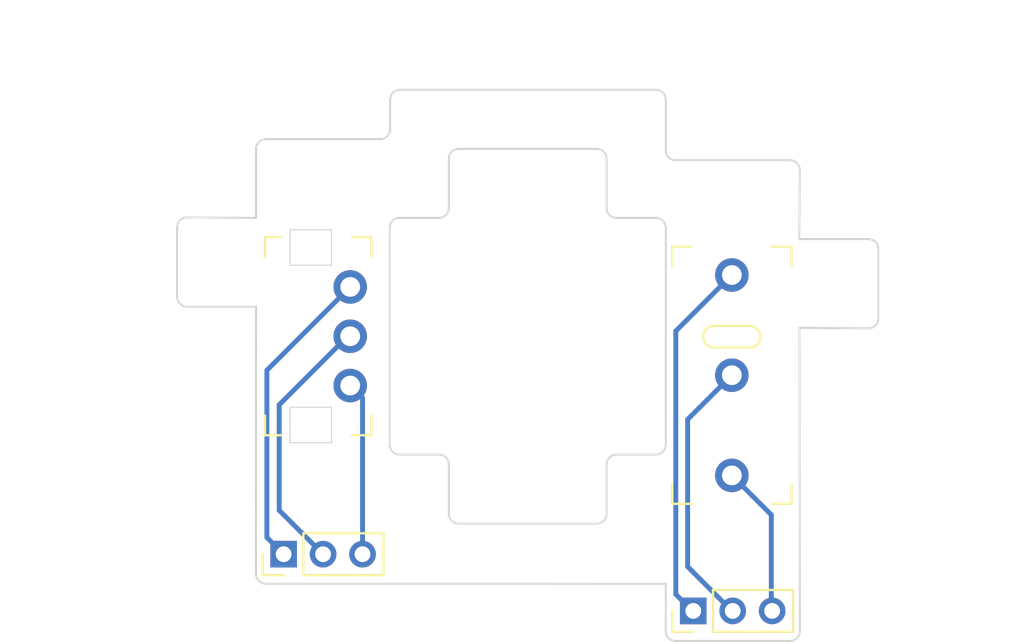
<source format=kicad_pcb>
(kicad_pcb (version 20210228) (generator pcbnew)
  (title_block (title "sammy") (date "2021-04-10") (rev "r0.0") (company "openinput                                      https://github.com/perigoso/openinput-hw") (comment 2 "This source describes Open Hardware and is licensed under the CERN-OHL-Pv2") (comment 4 "Copyright (c) Rafael Silva"))
  (layers (0 "F.Cu" signal) (1 "In1.Cu" signal) (2 "In2.Cu" signal) (31 "B.Cu" signal) (34 "B.Paste" user) (35 "F.Paste" user) (36 "B.SilkS" user "B.Silkscreen") (37 "F.SilkS" user "F.Silkscreen") (38 "B.Mask" user) (39 "F.Mask" user) (44 "Edge.Cuts" user))
  (net 0 "")
  (net 1 "/SW_NC")
  (net 2 "/SW_NO")
  (net 3 "/ENC_B")
  (net 4 "/ENC_A")
  (net 5 "/EN_C")
  (net 6 "/SW_C")
  (footprint "mousebite" (layer "F.Cu") (at 112.8571 69.824999 -90)
    (fp_text reference "REF**" hide)
    (fp_text value "mousebite" hide)
    (pad "" np_thru_hole circle (at 0 0 270) (size 0.5 0.5) (drill 0.5) (layers F&B.Cu *.Mask))
  )
  (footprint "mousebite" (layer "F.Cu") (at 93.249999 82.675001 180)
    (fp_text reference "REF**" hide)
    (fp_text value "mousebite" hide)
    (pad "" np_thru_hole circle (at 0 0 180) (size 0.5 0.5) (drill 0.5) (layers F&B.Cu *.Mask))
  )
  (footprint "mounting:MountingHole_1.6mm_M1.4" (layer "F.Cu") (at 89.650001 67.239304 -90)
    (fp_text reference "REF**" hide)
    (fp_text value "MountingHole_1.6mm_M1.4" hide)
    (pad "" np_thru_hole circle (at 0 0 270) (size 1.6 1.6) (drill 1.6) (layers F&B.Cu *.Mask))
  )
  (footprint "mousebite" (layer "F.Cu") (at 110.8571 69.824999 -90)
    (fp_text reference "REF**" hide)
    (fp_text value "mousebite" hide)
    (pad "" np_thru_hole circle (at 0 0 270) (size 0.5 0.5) (drill 0.5) (layers F&B.Cu *.Mask))
  )
  (footprint "mousebite" (layer "F.Cu") (at 106.749999 67.45 180)
    (fp_text reference "REF**" hide)
    (fp_text value "mousebite" hide)
    (pad "" np_thru_hole circle (at 0 0 180) (size 0.5 0.5) (drill 0.5) (layers F&B.Cu *.Mask))
  )
  (footprint "mounting:MountingHole_1.6mm_M1.4" (layer "F.Cu") (at 110.349995 68.325 -90)
    (fp_text reference "REF**" hide)
    (fp_text value "MountingHole_1.6mm_M1.4" hide)
    (pad "" np_thru_hole circle (at 0 0 270) (size 1.6 1.6) (drill 1.6) (layers F&B.Cu *.Mask))
  )
  (footprint "mousebite" (layer "F.Cu") (at 85.975 72.749998)
    (fp_text reference "REF**" hide)
    (fp_text value "mousebite" hide)
    (pad "" np_thru_hole circle (at 0 0) (size 0.5 0.5) (drill 0.5) (layers F&B.Cu *.Mask))
  )
  (footprint "mousebite" (layer "F.Cu") (at 93.249999 83.675 180)
    (fp_text reference "REF**" hide)
    (fp_text value "mousebite" hide)
    (pad "" np_thru_hole circle (at 0 0 180) (size 0.5 0.5) (drill 0.5) (layers F&B.Cu *.Mask))
  )
  (footprint "mounting:MountingHole_1.6mm_M1.4" (layer "F.Cu") (at 89.625 82.73925 -90)
    (fp_text reference "REF**" hide)
    (fp_text value "MountingHole_1.6mm_M1.4" hide)
    (pad "" np_thru_hole circle (at 0 0 270) (size 1.6 1.6) (drill 1.6) (layers F&B.Cu *.Mask))
  )
  (footprint "mousebite" (layer "F.Cu") (at 108.8571 69.824999 -90)
    (fp_text reference "REF**" hide)
    (fp_text value "mousebite" hide)
    (pad "" np_thru_hole circle (at 0 0 270) (size 0.5 0.5) (drill 0.5) (layers F&B.Cu *.Mask))
  )
  (footprint "mousebite" (layer "F.Cu") (at 88.1 68.75 90)
    (fp_text reference "REF**" hide)
    (fp_text value "mousebite" hide)
    (pad "" np_thru_hole circle (at 0 0 90) (size 0.5 0.5) (drill 0.5) (layers F&B.Cu *.Mask))
  )
  (footprint "mounting:MountingHole_1.6mm_M1.4" (layer "F.Cu") (at 84.475001 71.25)
    (fp_text reference "REF**" hide)
    (fp_text value "MountingHole_1.6mm_M1.4" hide)
    (pad "" np_thru_hole circle (at 0 0) (size 1.6 1.6) (drill 1.6) (layers F&B.Cu *.Mask))
  )
  (footprint "mousebite" (layer "F.Cu") (at 106.75 81.700001 180)
    (fp_text reference "REF**" hide)
    (fp_text value "mousebite" hide)
    (pad "" np_thru_hole circle (at 0 0 180) (size 0.5 0.5) (drill 0.5) (layers F&B.Cu *.Mask))
  )
  (footprint "mousebite" (layer "F.Cu") (at 111.8571 69.824999 -90)
    (fp_text reference "REF**" hide)
    (fp_text value "mousebite" hide)
    (pad "" np_thru_hole circle (at 0 0 270) (size 0.5 0.5) (drill 0.5) (layers F&B.Cu *.Mask))
  )
  (footprint "mousebite" (layer "F.Cu") (at 90.1 68.75 90)
    (fp_text reference "REF**" hide)
    (fp_text value "mousebite" hide)
    (pad "" np_thru_hole circle (at 0 0 90) (size 0.5 0.5) (drill 0.5) (layers F&B.Cu *.Mask))
  )
  (footprint "mousebite" (layer "F.Cu") (at 85.975 71.749999)
    (fp_text reference "REF**" hide)
    (fp_text value "mousebite" hide)
    (pad "" np_thru_hole circle (at 0 0) (size 0.5 0.5) (drill 0.5) (layers F&B.Cu *.Mask))
  )
  (footprint "mousebite" (layer "F.Cu") (at 106.75 84.700001 180)
    (fp_text reference "REF**" hide)
    (fp_text value "mousebite" hide)
    (pad "" np_thru_hole circle (at 0 0 180) (size 0.5 0.5) (drill 0.5) (layers F&B.Cu *.Mask))
  )
  (footprint "mousebite" (layer "F.Cu") (at 87.1 68.75 90)
    (fp_text reference "REF**" hide)
    (fp_text value "mousebite" hide)
    (pad "" np_thru_hole circle (at 0 0 90) (size 0.5 0.5) (drill 0.5) (layers F&B.Cu *.Mask))
  )
  (footprint "mousebite" (layer "F.Cu") (at 114.025 70.825001 180)
    (fp_text reference "REF**" hide)
    (fp_text value "mousebite" hide)
    (pad "" np_thru_hole circle (at 0 0 180) (size 0.5 0.5) (drill 0.5) (layers F&B.Cu *.Mask))
  )
  (footprint "mousebite" (layer "F.Cu") (at 106.749999 86.7 180)
    (fp_text reference "REF**" hide)
    (fp_text value "mousebite" hide)
    (pad "" np_thru_hole circle (at 0 0 180) (size 0.5 0.5) (drill 0.5) (layers F&B.Cu *.Mask))
  )
  (footprint "Connector_PinHeader_2.00mm:PinHeader_1x03_P2.00mm_Vertical" (layer "F.Cu") (at 108.392894 88.925 90)
    (fp_text reference "J2" hide)
    (fp_text value "SW" hide)
    (fp_line (start 1.06 1) (end 1.06 5.06) (layer "F.SilkS") (width 0.12))
    (fp_line (start -1.06 1) (end 1.06 1) (layer "F.SilkS") (width 0.12))
    (fp_line (start -1.06 1) (end -1.06 5.06) (layer "F.SilkS") (width 0.12))
    (fp_line (start -1.06 -1.06) (end 0 -1.06) (layer "F.SilkS") (width 0.12))
    (fp_line (start -1.06 5.06) (end 1.06 5.06) (layer "F.SilkS") (width 0.12))
    (fp_line (start -1.06 0) (end -1.06 -1.06) (layer "F.SilkS") (width 0.12))
    (pad "1" thru_hole rect (at 0 0 90) (size 1.35 1.35) (drill 0.8) (layers *.Cu *.Mask) (net 6 "/SW_C"))
    (pad "2" thru_hole oval (at 0 2 90) (size 1.35 1.35) (drill 0.8) (layers *.Cu *.Mask) (net 2 "/SW_NO"))
    (pad "3" thru_hole oval (at 0 4 90) (size 1.35 1.35) (drill 0.8) (layers *.Cu *.Mask) (net 1 "/SW_NC"))
  )
  (footprint "mounting:MountingHole_1.6mm_M1.4" (layer "F.Cu") (at 110.349994 85.625 -90)
    (fp_text reference "REF**" hide)
    (fp_text value "MountingHole_1.6mm_M1.4" hide)
    (pad "" np_thru_hole circle (at 0 0 270) (size 1.6 1.6) (drill 1.6) (layers F&B.Cu *.Mask))
  )
  (footprint "mousebite" (layer "F.Cu") (at 92.1 68.75 90)
    (fp_text reference "REF**" hide)
    (fp_text value "mousebite" hide)
    (pad "" np_thru_hole circle (at 0 0 90) (size 0.5 0.5) (drill 0.5) (layers F&B.Cu *.Mask))
  )
  (footprint "mousebite" (layer "F.Cu") (at 93.25 66.324999 180)
    (fp_text reference "REF**" hide)
    (fp_text value "mousebite" hide)
    (pad "" np_thru_hole circle (at 0 0 180) (size 0.5 0.5) (drill 0.5) (layers F&B.Cu *.Mask))
  )
  (footprint "mousebite" (layer "F.Cu") (at 93.25 84.675001 180)
    (fp_text reference "REF**" hide)
    (fp_text value "mousebite" hide)
    (pad "" np_thru_hole circle (at 0 0 180) (size 0.5 0.5) (drill 0.5) (layers F&B.Cu *.Mask))
  )
  (footprint "mousebite" (layer "F.Cu") (at 106.749999 68.449999 180)
    (fp_text reference "REF**" hide)
    (fp_text value "mousebite" hide)
    (pad "" np_thru_hole circle (at 0 0 180) (size 0.5 0.5) (drill 0.5) (layers F&B.Cu *.Mask))
  )
  (footprint "mousebite" (layer "F.Cu") (at 93.249999 86.675 180)
    (fp_text reference "REF**" hide)
    (fp_text value "mousebite" hide)
    (pad "" np_thru_hole circle (at 0 0 180) (size 0.5 0.5) (drill 0.5) (layers F&B.Cu *.Mask))
  )
  (footprint "mousebite" (layer "F.Cu") (at 106.749999 85.700001 180)
    (fp_text reference "REF**" hide)
    (fp_text value "mousebite" hide)
    (pad "" np_thru_hole circle (at 0 0 180) (size 0.5 0.5) (drill 0.5) (layers F&B.Cu *.Mask))
  )
  (footprint "Connector_PinHeader_2.00mm:PinHeader_1x03_P2.00mm_Vertical" (layer "F.Cu") (at 87.625001 86.05 90)
    (fp_text reference "J1" hide)
    (fp_text value "Enc" hide)
    (fp_line (start -1.06 1) (end 1.06 1) (layer "F.SilkS") (width 0.12))
    (fp_line (start -1.06 0) (end -1.06 -1.06) (layer "F.SilkS") (width 0.12))
    (fp_line (start -1.06 5.06) (end 1.06 5.06) (layer "F.SilkS") (width 0.12))
    (fp_line (start -1.06 -1.06) (end 0 -1.06) (layer "F.SilkS") (width 0.12))
    (fp_line (start -1.06 1) (end -1.06 5.06) (layer "F.SilkS") (width 0.12))
    (fp_line (start 1.06 1) (end 1.06 5.06) (layer "F.SilkS") (width 0.12))
    (pad "1" thru_hole rect (at 0 0 90) (size 1.35 1.35) (drill 0.8) (layers *.Cu *.Mask) (net 5 "/EN_C"))
    (pad "2" thru_hole oval (at 0 2 90) (size 1.35 1.35) (drill 0.8) (layers *.Cu *.Mask) (net 3 "/ENC_B"))
    (pad "3" thru_hole oval (at 0 4 90) (size 1.35 1.35) (drill 0.8) (layers *.Cu *.Mask) (net 4 "/ENC_A"))
  )
  (footprint "mousebite" (layer "F.Cu") (at 106.75 66.45 180)
    (fp_text reference "REF**" hide)
    (fp_text value "mousebite" hide)
    (pad "" np_thru_hole circle (at 0 0 180) (size 0.5 0.5) (drill 0.5) (layers F&B.Cu *.Mask))
  )
  (footprint "mousebite" (layer "F.Cu") (at 107.8571 69.824999 -90)
    (fp_text reference "REF**" hide)
    (fp_text value "mousebite" hide)
    (pad "" np_thru_hole circle (at 0 0 270) (size 0.5 0.5) (drill 0.5) (layers F&B.Cu *.Mask))
  )
  (footprint "mousebite" (layer "F.Cu") (at 85.975 69.750002)
    (fp_text reference "REF**" hide)
    (fp_text value "mousebite" hide)
    (pad "" np_thru_hole circle (at 0 0) (size 0.5 0.5) (drill 0.5) (layers F&B.Cu *.Mask))
  )
  (footprint "mousebite" (layer "F.Cu") (at 93.25 65.325 180)
    (fp_text reference "REF**" hide)
    (fp_text value "mousebite" hide)
    (pad "" np_thru_hole circle (at 0 0 180) (size 0.5 0.5) (drill 0.5) (layers F&B.Cu *.Mask))
  )
  (footprint "mousebite" (layer "F.Cu") (at 85.975 70.750001)
    (fp_text reference "REF**" hide)
    (fp_text value "mousebite" hide)
    (pad "" np_thru_hole circle (at 0 0) (size 0.5 0.5) (drill 0.5) (layers F&B.Cu *.Mask))
  )
  (footprint "mousebite" (layer "F.Cu") (at 93.25 68.325 180)
    (fp_text reference "REF**" hide)
    (fp_text value "mousebite" hide)
    (pad "" np_thru_hole circle (at 0 0 180) (size 0.5 0.5) (drill 0.5) (layers F&B.Cu *.Mask))
  )
  (footprint "mousebite" (layer "F.Cu") (at 93.250001 67.325 180)
    (fp_text reference "REF**" hide)
    (fp_text value "mousebite" hide)
    (pad "" np_thru_hole circle (at 0 0 180) (size 0.5 0.5) (drill 0.5) (layers F&B.Cu *.Mask))
  )
  (footprint "mousebite" (layer "F.Cu") (at 114.025 71.825 180)
    (fp_text reference "REF**" hide)
    (fp_text value "mousebite" hide)
    (pad "" np_thru_hole circle (at 0 0 180) (size 0.5 0.5) (drill 0.5) (layers F&B.Cu *.Mask))
  )
  (footprint "mousebite" (layer "F.Cu") (at 91.1 68.75 90)
    (fp_text reference "REF**" hide)
    (fp_text value "mousebite" hide)
    (pad "" np_thru_hole circle (at 0 0 90) (size 0.5 0.5) (drill 0.5) (layers F&B.Cu *.Mask))
  )
  (footprint "mounting:MountingHole_1.6mm_M1.4" (layer "F.Cu") (at 115.524999 72.324999 180)
    (fp_text reference "REF**" hide)
    (fp_text value "MountingHole_1.6mm_M1.4" hide)
    (pad "" np_thru_hole circle (at 0 0 180) (size 1.6 1.6) (drill 1.6) (layers F&B.Cu *.Mask))
  )
  (footprint "mousebite" (layer "F.Cu") (at 106.749999 83.7 180)
    (fp_text reference "REF**" hide)
    (fp_text value "mousebite" hide)
    (pad "" np_thru_hole circle (at 0 0 180) (size 0.5 0.5) (drill 0.5) (layers F&B.Cu *.Mask))
  )
  (footprint "mousebite" (layer "F.Cu") (at 93.249999 85.675001 180)
    (fp_text reference "REF**" hide)
    (fp_text value "mousebite" hide)
    (pad "" np_thru_hole circle (at 0 0 180) (size 0.5 0.5) (drill 0.5) (layers F&B.Cu *.Mask))
  )
  (footprint "mousebite" (layer "F.Cu") (at 114.025 72.824998 180)
    (fp_text reference "REF**" hide)
    (fp_text value "mousebite" hide)
    (pad "" np_thru_hole circle (at 0 0 180) (size 0.5 0.5) (drill 0.5) (layers F&B.Cu *.Mask))
  )
  (footprint "mousebite" (layer "F.Cu") (at 114.025 73.824997 180)
    (fp_text reference "REF**" hide)
    (fp_text value "mousebite" hide)
    (pad "" np_thru_hole circle (at 0 0 180) (size 0.5 0.5) (drill 0.5) (layers F&B.Cu *.Mask))
  )
  (footprint "mousebite" (layer "F.Cu") (at 89.1 68.75 90)
    (fp_text reference "REF**" hide)
    (fp_text value "mousebite" hide)
    (pad "" np_thru_hole circle (at 0 0 90) (size 0.5 0.5) (drill 0.5) (layers F&B.Cu *.Mask))
  )
  (footprint "Switches:Generic" (layer "F.Cu") (at 110.349994 76.975 -90)
    (fp_text reference "SW2" hide)
    (fp_text value "SW_SPDT" hide)
    (fp_line (start 6.52 -3.02) (end 5.52 -3.02) (layer "F.SilkS") (width 0.12))
    (fp_line (start 6.52 -3.02) (end 6.52 -2.02) (layer "F.SilkS") (width 0.12))
    (fp_line (start -2.5 0.9) (end -2.5 -0.9) (layer "F.SilkS") (width 0.12))
    (fp_line (start -6.52 -3.02) (end -6.52 -2.02) (layer "F.SilkS") (width 0.12))
    (fp_line (start -6.52 3.02) (end -5.52 3.02) (layer "F.SilkS") (width 0.12))
    (fp_line (start -6.52 3.02) (end -6.52 2.02) (layer "F.SilkS") (width 0.12))
    (fp_line (start -6.52 -3.02) (end -5.52 -3.02) (layer "F.SilkS") (width 0.12))
    (fp_line (start 6.52 3.02) (end 5.52 3.02) (layer "F.SilkS") (width 0.12))
    (fp_line (start 6.52 3.02) (end 6.52 2.02) (layer "F.SilkS") (width 0.12))
    (fp_line (start -1.4 0.9) (end -1.4 -0.9) (layer "F.SilkS") (width 0.12))
    (fp_arc (start -1.95 -0.9) (end -1.4 -0.9) (angle -180) (layer "F.SilkS") (width 0.12))
    (fp_arc (start -1.95 0.9) (end -2.5 0.9) (angle -180) (layer "F.SilkS") (width 0.12))
    (pad "1" thru_hole circle (at -5.08 0 270) (size 1.7 1.7) (drill 1) (layers *.Cu *.Mask) (net 6 "/SW_C"))
    (pad "2" thru_hole circle (at 0 0 270) (size 1.7 1.7) (drill 1) (layers *.Cu *.Mask) (net 2 "/SW_NO"))
    (pad "3" thru_hole circle (at 5.08 0 270) (size 1.7 1.7) (drill 1) (layers *.Cu *.Mask) (net 1 "/SW_NC"))
  )
  (footprint "Switches:Encoder" (layer "F.Cu") (at 91 75 90)
    (fp_text reference "SW1" hide)
    (fp_text value "Rotary_Encoder" hide)
    (fp_line (start 5.02 -4.32) (end 4.02 -4.32) (layer "F.SilkS") (width 0.12))
    (fp_line (start -5.02 1.07) (end -4.02 1.07) (layer "F.SilkS") (width 0.12))
    (fp_line (start 5.02 1.07) (end 4.02 1.07) (layer "F.SilkS") (width 0.12))
    (fp_line (start -5.02 -4.32) (end -4.02 -4.32) (layer "F.SilkS") (width 0.12))
    (fp_line (start 5.02 -4.32) (end 5.02 -3.52) (layer "F.SilkS") (width 0.12))
    (fp_line (start 5.02 1.07) (end 5.02 0.07) (layer "F.SilkS") (width 0.12))
    (fp_line (start -5.02 1.07) (end -5.02 0.07) (layer "F.SilkS") (width 0.12))
    (fp_line (start -5.02 -4.32) (end -5.02 -3.52) (layer "F.SilkS") (width 0.12))
    (fp_line (start 3.6 -3.05) (end 3.6 -0.95) (layer "Edge.Cuts") (width 0.05))
    (fp_line (start -3.6 -0.95) (end -3.6 -3.05) (layer "Edge.Cuts") (width 0.05))
    (fp_line (start 3.6 -3.05) (end 5.4 -3.05) (layer "Edge.Cuts") (width 0.05))
    (fp_line (start 5.4 -0.95) (end 5.4 -3.05) (layer "Edge.Cuts") (width 0.05))
    (fp_line (start -5.4 -3.05) (end -3.6 -3.05) (layer "Edge.Cuts") (width 0.05))
    (fp_line (start -5.4 -0.95) (end -3.6 -0.95) (layer "Edge.Cuts") (width 0.05))
    (fp_line (start 3.6 -0.95) (end 5.4 -0.95) (layer "Edge.Cuts") (width 0.05))
    (fp_line (start -5.4 -3.05) (end -5.4 -0.95) (layer "Edge.Cuts") (width 0.05))
    (pad "A" thru_hole circle (at -2.5 0 90) (size 1.7 1.7) (drill 1) (layers *.Cu *.Mask) (net 4 "/ENC_A"))
    (pad "B" thru_hole circle (at 0 0 90) (size 1.7 1.7) (drill 1) (layers *.Cu *.Mask) (net 3 "/ENC_B"))
    (pad "C" thru_hole circle (at 2.5 0 90) (size 1.7 1.7) (drill 1) (layers *.Cu *.Mask) (net 5 "/EN_C"))
  )
  (footprint "mousebite" (layer "F.Cu") (at 93.25 81.675001 180)
    (fp_text reference "REF**" hide)
    (fp_text value "mousebite" hide)
    (pad "" np_thru_hole circle (at 0 0 180) (size 0.5 0.5) (drill 0.5) (layers F&B.Cu *.Mask))
  )
  (footprint "mousebite" (layer "F.Cu") (at 106.749999 82.700001 180)
    (fp_text reference "REF**" hide)
    (fp_text value "mousebite" hide)
    (pad "" np_thru_hole circle (at 0 0 180) (size 0.5 0.5) (drill 0.5) (layers F&B.Cu *.Mask))
  )
  (footprint "mousebite" (layer "F.Cu") (at 109.8571 69.824999 -90)
    (fp_text reference "REF**" hide)
    (fp_text value "mousebite" hide)
    (pad "" np_thru_hole circle (at 0 0 270) (size 0.5 0.5) (drill 0.5) (layers F&B.Cu *.Mask))
  )
  (gr_arc (start 93.524999 63) (end 93.524999 62.500001) (angle -90) (layer "Edge.Cuts") (width 0.1))
  (gr_line (start 113.792893 66.575) (end 113.767894 70.075) (layer "Edge.Cuts") (width 0.1))
  (gr_arc (start 95.5 68.499999) (end 95.5 68.999999) (angle -90) (layer "Edge.Cuts") (width 0.1))
  (gr_arc (start 117.275 74.099999) (end 117.275 74.599998) (angle -90) (layer "Edge.Cuts") (width 0.1))
  (gr_line (start 86.728553 87.546446) (end 107 87.550001) (layer "Edge.Cuts") (width 0.1))
  (gr_line (start 92.525 65.003555) (end 86.724999 65.003555) (layer "Edge.Cuts") (width 0.1))
  (gr_line (start 103.5 65.500001) (end 96.5 65.500001) (layer "Edge.Cuts") (width 0.1))
  (gr_arc (start 107.496447 89.946447) (end 106.996448 89.946447) (angle -90) (layer "Edge.Cuts") (width 0.1))
  (gr_arc (start 86.725 65.503554) (end 86.724999 65.003555) (angle -90) (layer "Edge.Cuts") (width 0.1))
  (gr_arc (start 104.5 81.5) (end 104.5 81.000001) (angle -90) (layer "Edge.Cuts") (width 0.1))
  (gr_arc (start 93.5 80.5) (end 93.000001 80.5) (angle -90) (layer "Edge.Cuts") (width 0.1))
  (gr_line (start 113.292894 66.075001) (end 107.492893 66.075001) (layer "Edge.Cuts") (width 0.1))
  (gr_line (start 103.999998 66) (end 104.000001 68.5) (layer "Edge.Cuts") (width 0.1))
  (gr_line (start 113.296447 90.446447) (end 107.496447 90.446446) (layer "Edge.Cuts") (width 0.1))
  (gr_arc (start 82.725 73.000001) (end 82.225002 73.000002) (angle -90) (layer "Edge.Cuts") (width 0.1))
  (gr_line (start 104.5 68.999999) (end 106.5 69.000001) (layer "Edge.Cuts") (width 0.1))
  (gr_line (start 117.774999 74.099999) (end 117.774998 70.574997) (layer "Edge.Cuts") (width 0.1))
  (gr_arc (start 107.499998 65.574999) (end 107 65.575) (angle -90.00011459) (layer "Edge.Cuts") (width 0.1))
  (gr_line (start 82.725 68.975001) (end 86.225 68.999999) (layer "Edge.Cuts") (width 0.1))
  (gr_line (start 106.999999 80.5) (end 106.999999 69.5) (layer "Edge.Cuts") (width 0.1))
  (gr_arc (start 82.725 69.475) (end 82.725 68.975001) (angle -90) (layer "Edge.Cuts") (width 0.1))
  (gr_line (start 113.775 74.575) (end 113.796447 89.946447) (layer "Edge.Cuts") (width 0.1))
  (gr_line (start 82.725 73.5) (end 86.225 73.5) (layer "Edge.Cuts") (width 0.1))
  (gr_line (start 93.024999 64.503556) (end 93.025 63) (layer "Edge.Cuts") (width 0.1))
  (gr_line (start 93.000001 80.5) (end 93.000001 69.5) (layer "Edge.Cuts") (width 0.1))
  (gr_line (start 107 65.575) (end 107.000001 63) (layer "Edge.Cuts") (width 0.1))
  (gr_line (start 82.225001 69.475) (end 82.225002 73.000002) (layer "Edge.Cuts") (width 0.1))
  (gr_line (start 117.275 74.599998) (end 113.775 74.575) (layer "Edge.Cuts") (width 0.1))
  (gr_arc (start 106.5 69.5) (end 106.999999 69.5) (angle -90) (layer "Edge.Cuts") (width 0.1))
  (gr_line (start 95.999999 68.5) (end 96.000002 66) (layer "Edge.Cuts") (width 0.1))
  (gr_line (start 96.5 84.499999) (end 103.5 84.499999) (layer "Edge.Cuts") (width 0.1))
  (gr_arc (start 96.5 84) (end 96.000001 84) (angle -90) (layer "Edge.Cuts") (width 0.1))
  (gr_line (start 104.000001 81.5) (end 103.999999 84) (layer "Edge.Cuts") (width 0.1))
  (gr_arc (start 106.5 80.5) (end 106.5 80.999999) (angle -90) (layer "Edge.Cuts") (width 0.1))
  (gr_arc (start 93.5 69.5) (end 93.5 69.000001) (angle -90) (layer "Edge.Cuts") (width 0.1))
  (gr_line (start 86.225001 65.503555) (end 86.225 68.999999) (layer "Edge.Cuts") (width 0.1))
  (gr_line (start 95.5 68.999999) (end 93.5 69.000001) (layer "Edge.Cuts") (width 0.1))
  (gr_line (start 106.500002 62.500001) (end 93.524999 62.500001) (layer "Edge.Cuts") (width 0.1))
  (gr_arc (start 106.500002 63) (end 107.000001 63) (angle -90) (layer "Edge.Cuts") (width 0.1))
  (gr_line (start 117.275 70.074999) (end 113.767894 70.075) (layer "Edge.Cuts") (width 0.1))
  (gr_arc (start 92.525 64.503556) (end 92.525 65.003555) (angle -90) (layer "Edge.Cuts") (width 0.1))
  (gr_arc (start 86.72855 87.039146) (end 86.221448 87.025) (angle -91.59823424) (layer "Edge.Cuts") (width 0.1))
  (gr_arc (start 113.296447 89.946447) (end 113.296447 90.446447) (angle -90) (layer "Edge.Cuts") (width 0.1))
  (gr_arc (start 103.5 84) (end 103.5 84.499999) (angle -90) (layer "Edge.Cuts") (width 0.1))
  (gr_arc (start 113.292894 66.575) (end 113.792893 66.575) (angle -90) (layer "Edge.Cuts") (width 0.1))
  (gr_arc (start 95.5 81.5) (end 95.999999 81.5) (angle -90) (layer "Edge.Cuts") (width 0.1))
  (gr_arc (start 96.5 66) (end 96.5 65.500001) (angle -90) (layer "Edge.Cuts") (width 0.1))
  (gr_line (start 104.5 81.000001) (end 106.5 80.999999) (layer "Edge.Cuts") (width 0.1))
  (gr_line (start 106.996448 89.946447) (end 107 87.550001) (layer "Edge.Cuts") (width 0.1))
  (gr_line (start 95.5 81.000001) (end 93.5 80.999999) (layer "Edge.Cuts") (width 0.1))
  (gr_arc (start 117.275 70.574997) (end 117.774998 70.574997) (angle -90) (layer "Edge.Cuts") (width 0.1))
  (gr_arc (start 104.5 68.499999) (end 104.000001 68.5) (angle -90) (layer "Edge.Cuts") (width 0.1))
  (gr_line (start 86.225 73.5) (end 86.221448 87.025) (layer "Edge.Cuts") (width 0.1))
  (gr_line (start 96.000001 84) (end 95.999999 81.5) (layer "Edge.Cuts") (width 0.1))
  (gr_arc (start 103.5 66) (end 103.999998 66) (angle -90) (layer "Edge.Cuts") (width 0.1))
  (segment (start 112.349994 88.925) (end 112.349994 84.055) (width 0.25) (layer "B.Cu") (net 1))
  (segment (start 112.349994 84.055) (end 110.349994 82.055) (width 0.25) (layer "B.Cu") (net 1))
  (segment (start 110.349994 88.925) (end 108.1071 86.682106) (width 0.25) (layer "B.Cu") (net 2))
  (segment (start 108.1071 86.682106) (end 108.1071 79.217894) (width 0.25) (layer "B.Cu") (net 2))
  (segment (start 108.1071 79.217894) (end 110.349994 76.975) (width 0.25) (layer "B.Cu") (net 2))
  (segment (start 90.875 75) (end 91 75) (width 0.25) (layer "B.Cu") (net 3))
  (segment (start 89.625001 86.05) (end 87.4 83.824999) (width 0.25) (layer "B.Cu") (net 3))
  (segment (start 87.4 83.824999) (end 87.4 78.475) (width 0.25) (layer "B.Cu") (net 3))
  (segment (start 87.4 78.475) (end 90.875 75) (width 0.25) (layer "B.Cu") (net 3))
  (segment (start 91.625001 86.05) (end 91.625001 78.125001) (width 0.25) (layer "B.Cu") (net 4))
  (segment (start 91.625001 78.125001) (end 91 77.5) (width 0.25) (layer "B.Cu") (net 4))
  (segment (start 87.625001 86.05) (end 86.775 85.199999) (width 0.25) (layer "B.Cu") (net 5))
  (segment (start 86.775 85.199999) (end 86.775 76.725) (width 0.25) (layer "B.Cu") (net 5))
  (segment (start 86.775 76.725) (end 91 72.5) (width 0.25) (layer "B.Cu") (net 5))
  (segment (start 108.349994 88.925) (end 107.5071 88.082106) (width 0.25) (layer "B.Cu") (net 6))
  (segment (start 107.5071 88.082106) (end 107.5071 74.737894) (width 0.25) (layer "B.Cu") (net 6))
  (segment (start 107.5071 74.737894) (end 110.349994 71.895) (width 0.25) (layer "B.Cu") (net 6))
)
</source>
